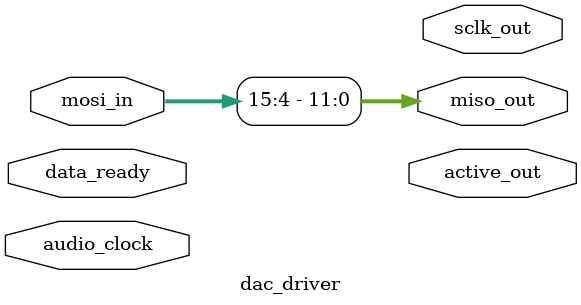
<source format=sv>
module dac_driver #( 
    parameter int unsigned clock_max = 25_000_000
)(
    //recepção de dados de modulos eff
    input logic audio_clock,  

    input logic data_ready, 
    input logic [15:0] mosi_in,

    //pinos do protocolo de comunicação com modulo dac fisico
    output logic sclk_out, 
    output logic [11:0] miso_out, 
    output logic active_out
);

assign miso_out = mosi_in[15:4];

endmodule
</source>
